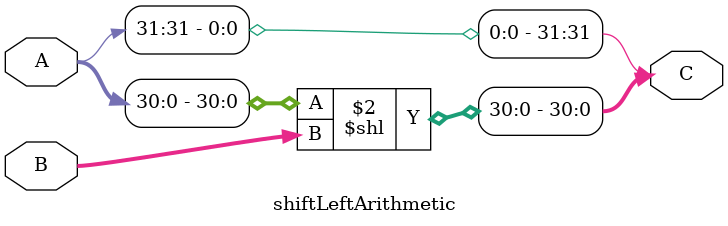
<source format=v>
`timescale 1ns/10ps
module shiftLeftArithmetic(A, B, C);
input [31:0] A, B;
output reg [31:0] C;
always@(A or B)
	begin
	C = {A[31],(A[30:0] << B)};
	end
endmodule
</source>
